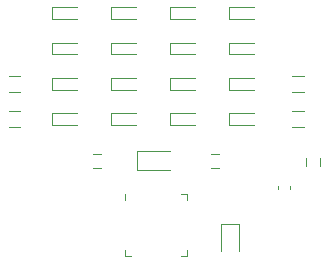
<source format=gbo>
G04 #@! TF.GenerationSoftware,KiCad,Pcbnew,5.1.10*
G04 #@! TF.CreationDate,2021-12-10T15:11:43+01:00*
G04 #@! TF.ProjectId,Watch,57617463-682e-46b6-9963-61645f706362,rev?*
G04 #@! TF.SameCoordinates,Original*
G04 #@! TF.FileFunction,Legend,Bot*
G04 #@! TF.FilePolarity,Positive*
%FSLAX46Y46*%
G04 Gerber Fmt 4.6, Leading zero omitted, Abs format (unit mm)*
G04 Created by KiCad (PCBNEW 5.1.10) date 2021-12-10 15:11:43*
%MOMM*%
%LPD*%
G01*
G04 APERTURE LIST*
%ADD10C,0.120000*%
G04 APERTURE END LIST*
D10*
X150149000Y-102774000D02*
X150149000Y-103474000D01*
X151349000Y-103474000D02*
X151349000Y-102774000D01*
X142150000Y-103600000D02*
X142850000Y-103600000D01*
X142850000Y-102400000D02*
X142150000Y-102400000D01*
X132850000Y-102400000D02*
X132150000Y-102400000D01*
X132150000Y-103600000D02*
X132850000Y-103600000D01*
X143700000Y-91000000D02*
X143700000Y-90000000D01*
X143700000Y-90000000D02*
X145800000Y-90000000D01*
X143700000Y-91000000D02*
X145800000Y-91000000D01*
X143700000Y-94000000D02*
X143700000Y-93000000D01*
X143700000Y-93000000D02*
X145800000Y-93000000D01*
X143700000Y-94000000D02*
X145800000Y-94000000D01*
X143700000Y-97000000D02*
X143700000Y-96000000D01*
X143700000Y-96000000D02*
X145800000Y-96000000D01*
X143700000Y-97000000D02*
X145800000Y-97000000D01*
X143700000Y-100000000D02*
X143700000Y-99000000D01*
X143700000Y-99000000D02*
X145800000Y-99000000D01*
X143700000Y-100000000D02*
X145800000Y-100000000D01*
X138700000Y-91000000D02*
X138700000Y-90000000D01*
X138700000Y-90000000D02*
X140800000Y-90000000D01*
X138700000Y-91000000D02*
X140800000Y-91000000D01*
X138700000Y-94000000D02*
X138700000Y-93000000D01*
X138700000Y-93000000D02*
X140800000Y-93000000D01*
X138700000Y-94000000D02*
X140800000Y-94000000D01*
X138700000Y-97000000D02*
X138700000Y-96000000D01*
X138700000Y-96000000D02*
X140800000Y-96000000D01*
X138700000Y-97000000D02*
X140800000Y-97000000D01*
X138700000Y-100000000D02*
X138700000Y-99000000D01*
X138700000Y-99000000D02*
X140800000Y-99000000D01*
X138700000Y-100000000D02*
X140800000Y-100000000D01*
X133700000Y-91000000D02*
X133700000Y-90000000D01*
X133700000Y-90000000D02*
X135800000Y-90000000D01*
X133700000Y-91000000D02*
X135800000Y-91000000D01*
X133700000Y-94000000D02*
X133700000Y-93000000D01*
X133700000Y-93000000D02*
X135800000Y-93000000D01*
X133700000Y-94000000D02*
X135800000Y-94000000D01*
X133700000Y-97000000D02*
X133700000Y-96000000D01*
X133700000Y-96000000D02*
X135800000Y-96000000D01*
X133700000Y-97000000D02*
X135800000Y-97000000D01*
X133700000Y-100000000D02*
X133700000Y-99000000D01*
X133700000Y-99000000D02*
X135800000Y-99000000D01*
X133700000Y-100000000D02*
X135800000Y-100000000D01*
X128700000Y-91000000D02*
X128700000Y-90000000D01*
X128700000Y-90000000D02*
X130800000Y-90000000D01*
X128700000Y-91000000D02*
X130800000Y-91000000D01*
X128700000Y-94000000D02*
X128700000Y-93000000D01*
X128700000Y-93000000D02*
X130800000Y-93000000D01*
X128700000Y-94000000D02*
X130800000Y-94000000D01*
X128700000Y-97000000D02*
X128700000Y-96000000D01*
X128700000Y-96000000D02*
X130800000Y-96000000D01*
X128700000Y-97000000D02*
X130800000Y-97000000D01*
X128700000Y-100000000D02*
X128700000Y-99000000D01*
X128700000Y-99000000D02*
X130800000Y-99000000D01*
X128700000Y-100000000D02*
X130800000Y-100000000D01*
X125000000Y-97180000D02*
X126000000Y-97180000D01*
X126000000Y-95820000D02*
X125000000Y-95820000D01*
X125000000Y-100180000D02*
X126000000Y-100180000D01*
X126000000Y-98820000D02*
X125000000Y-98820000D01*
X150000000Y-95820000D02*
X149000000Y-95820000D01*
X149000000Y-97180000D02*
X150000000Y-97180000D01*
X150000000Y-98820000D02*
X149000000Y-98820000D01*
X149000000Y-100180000D02*
X150000000Y-100180000D01*
X138700000Y-103800000D02*
X135850000Y-103800000D01*
X135850000Y-103800000D02*
X135850000Y-102200000D01*
X135850000Y-102200000D02*
X138700000Y-102200000D01*
X134890000Y-110593000D02*
X134890000Y-111068000D01*
X134890000Y-111068000D02*
X135365000Y-111068000D01*
X140110000Y-106323000D02*
X140110000Y-105848000D01*
X140110000Y-105848000D02*
X139635000Y-105848000D01*
X140110000Y-110593000D02*
X140110000Y-111068000D01*
X140110000Y-111068000D02*
X139635000Y-111068000D01*
X134890000Y-106323000D02*
X134890000Y-105848000D01*
X148846000Y-105110233D02*
X148846000Y-105402767D01*
X147826000Y-105110233D02*
X147826000Y-105402767D01*
X144499000Y-108370000D02*
X144499000Y-110655000D01*
X143029000Y-108370000D02*
X144499000Y-108370000D01*
X143029000Y-110655000D02*
X143029000Y-108370000D01*
M02*

</source>
